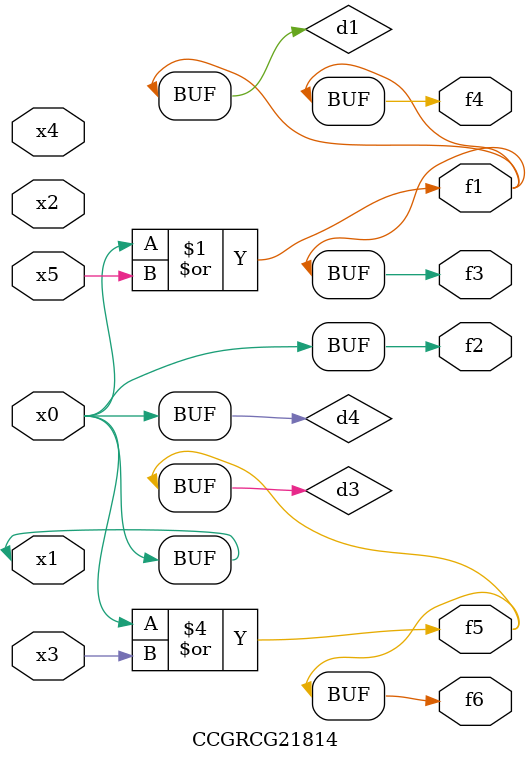
<source format=v>
module CCGRCG21814(
	input x0, x1, x2, x3, x4, x5,
	output f1, f2, f3, f4, f5, f6
);

	wire d1, d2, d3, d4;

	or (d1, x0, x5);
	xnor (d2, x1, x4);
	or (d3, x0, x3);
	buf (d4, x0, x1);
	assign f1 = d1;
	assign f2 = d4;
	assign f3 = d1;
	assign f4 = d1;
	assign f5 = d3;
	assign f6 = d3;
endmodule

</source>
